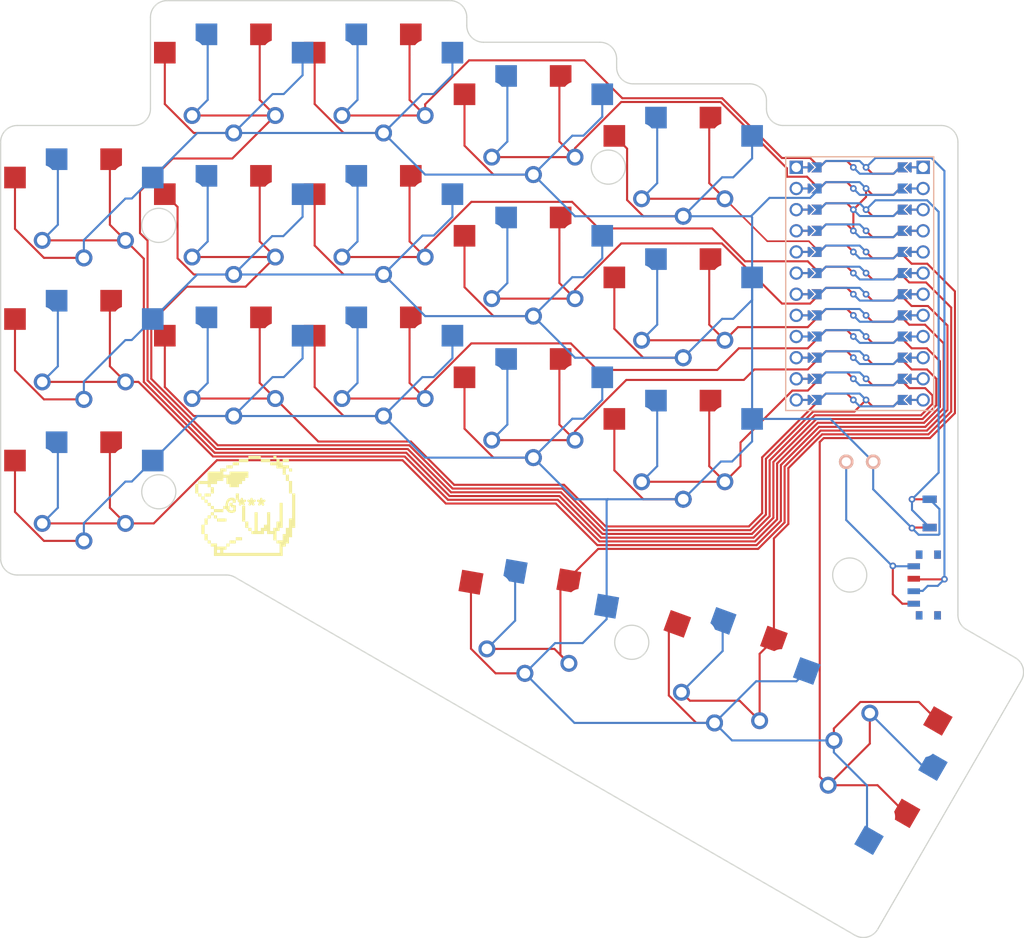
<source format=kicad_pcb>
(kicad_pcb (version 20211014) (generator pcbnew)
  (title_block (title "keyboard") (rev "v1.0.0") (company "Unknown"))
  (layers (0 "F.Cu" signal) (31 "B.Cu" signal) (34 "B.Paste" user) (35 "F.Paste" user) (36 "B.SilkS" user "B.Silkscreen") (37 "F.SilkS" user "F.Silkscreen") (38 "B.Mask" user) (39 "F.Mask" user) (44 "Edge.Cuts" user))
  (net 0 "")
  (net 1 "P14")
  (net 2 "GND")
  (net 3 "P15")
  (net 4 "P18")
  (net 5 "P9")
  (net 6 "P10")
  (net 7 "P16")
  (net 8 "P6")
  (net 9 "P3")
  (net 10 "P0")
  (net 11 "P7")
  (net 12 "P4")
  (net 13 "P1")
  (net 14 "P8")
  (net 15 "P5")
  (net 16 "P2")
  (net 17 "P19")
  (net 18 "P20")
  (net 19 "P21")
  (net 20 "RAW")
  (net 21 "RST")
  (net 22 "VCC")
  (net 23 "pos")
  (footprint "PG1350" (layer "F.Cu") (at 216.020719 111.495071 180)
    (fp_text reference "S22" hide)
    (fp_text value "" hide)
  )
  (footprint "PG1350" (layer "F.Cu") (at 198.020719 89.495071)
    (fp_text reference "S17" hide)
    (fp_text value "" hide)
  )
  (footprint "PG1350" (layer "F.Cu") (at 162.020719 138.495071)
    (fp_text reference "S1" hide)
    (fp_text value "" hide)
  )
  (footprint "PG1350" (layer "F.Cu") (at 198.020719 123.495071)
    (fp_text reference "S13" hide)
    (fp_text value "" hide)
  )
  (footprint "PG1350" (layer "F.Cu") (at 257.226984 171.31824 -120)
    (fp_text reference "S35" hide)
    (fp_text value "" hide)
  )
  (footprint "PG1350" (layer "F.Cu") (at 180.020719 89.495071)
    (fp_text reference "S11" hide)
    (fp_text value "" hide)
  )
  (footprint "PG1350" (layer "F.Cu") (at 216.020719 94.495071 180)
    (fp_text reference "S24" hide)
    (fp_text value "" hide)
  )
  (footprint "PG1350" (layer "F.Cu") (at 234.020719 99.495071 180)
    (fp_text reference "S30" hide)
    (fp_text value "" hide)
  )
  (footprint "PG1350" (layer "F.Cu") (at 180.020719 106.495071 180)
    (fp_text reference "S10" hide)
    (fp_text value "" hide)
  )
  (footprint "PG1350" (layer "F.Cu") (at 239.801213 160.719067 -20)
    (fp_text reference "S33" hide)
    (fp_text value "" hide)
  )
  (footprint "PG1350" (layer "F.Cu") (at 180.020719 123.495071)
    (fp_text reference "S7" hide)
    (fp_text value "" hide)
  )
  (footprint "PG1350" (layer "F.Cu") (at 234.020719 116.495071)
    (fp_text reference "S27" hide)
    (fp_text value "" hide)
  )
  (footprint "PG1350" (layer "F.Cu") (at 234.020719 133.495071 180)
    (fp_text reference "S26" hide)
    (fp_text value "" hide)
  )
  (footprint "PG1350" (layer "F.Cu") (at 257.226984 171.31824 60)
    (fp_text reference "S36" hide)
    (fp_text value "" hide)
  )
  (footprint "PG1350" (layer "F.Cu") (at 162.020719 138.495071 180)
    (fp_text reference "S2" hide)
    (fp_text value "" hide)
  )
  (footprint "PG1350" (layer "F.Cu") (at 180.020719 106.495071)
    (fp_text reference "S9" hide)
    (fp_text value "" hide)
  )
  (footprint "PG1350" (layer "F.Cu") (at 180.020719 123.495071 180)
    (fp_text reference "S8" hide)
    (fp_text value "" hide)
  )
  (footprint "PG1350" (layer "F.Cu") (at 216.020719 154.495071 -10)
    (fp_text reference "S31" hide)
    (fp_text value "" hide)
  )
  (footprint "PG1350" (layer "F.Cu") (at 234.020719 99.495071)
    (fp_text reference "S29" hide)
    (fp_text value "" hide)
  )
  (footprint "PG1350" (layer "F.Cu") (at 180.020719 89.495071 180)
    (fp_text reference "S12" hide)
    (fp_text value "" hide)
  )
  (footprint "PG1350" (layer "F.Cu") (at 216.020719 154.495071 170)
    (fp_text reference "S32" hide)
    (fp_text value "" hide)
  )
  (footprint "PG1350" (layer "F.Cu") (at 198.020719 106.495071)
    (fp_text reference "S15" hide)
    (fp_text value "" hide)
  )
  (footprint "Desktop:mole" (layer "F.Cu") (at 181.4 140.2)
    (fp_text reference "G***")
    (fp_text value "LOGO" hide)
  )
  (footprint "PG1350" (layer "F.Cu") (at 234.020719 116.495071 180)
    (fp_text reference "S28" hide)
    (fp_text value "" hide)
  )
  (footprint "PG1350" (layer "F.Cu") (at 198.020719 123.495071 180)
    (fp_text reference "S14" hide)
    (fp_text value "" hide)
  )
  (footprint "PG1350" (layer "F.Cu") (at 239.801213 160.719067 160)
    (fp_text reference "S34" hide)
    (fp_text value "" hide)
  )
  (footprint "PG1350" (layer "F.Cu") (at 162.020719 104.495071 180)
    (fp_text reference "S6" hide)
    (fp_text value "" hide)
  )
  (footprint "PG1350" (layer "F.Cu") (at 198.020719 106.495071 180)
    (fp_text reference "S16" hide)
    (fp_text value "" hide)
  )
  (footprint "PG1350" (layer "F.Cu") (at 162.020719 121.495071)
    (fp_text reference "S3" hide)
    (fp_text value "" hide)
  )
  (footprint "PG1350" (layer "F.Cu") (at 216.020719 111.495071)
    (fp_text reference "S21" hide)
    (fp_text value "" hide)
  )
  (footprint "keyboard_reversible:ProMicro" (layer "F.Cu") (at 255.220719 113.495071 -90)
    (fp_text reference "REF**" hide)
    (fp_text value "ProMicro")
  )
  (footprint "Button_Switch_SMD:SW_SPDT_PCM12" (layer "F.Cu") (at 263.145719 149.695071 90)
    (fp_text reference "")
    (fp_text value "")
  )
  (footprint "Button_Switch_SMD:SW_SPST_B3U-1000P" (layer "F.Cu") (at 263.620719 141.095071 90)
    (fp_text reference "")
    (fp_text value "")
  )
  (footprint "PG1350" (layer "F.Cu") (at 162.020719 121.495071 180)
    (fp_text reference "S4" hide)
    (fp_text value "" hide)
  )
  (footprint "PG1350" (layer "F.Cu") (at 216.020719 128.495071)
    (fp_text reference "S19" hide)
    (fp_text value "" hide)
  )
  (footprint "PG1350" (layer "F.Cu") (at 198.020719 89.495071 180)
    (fp_text reference "S18" hide)
    (fp_text value "" hide)
  )
  (footprint "lib:bat" (layer "F.Cu") (at 255.220719 134.895071 90)
    (fp_text reference "")
    (fp_text value "")
  )
  (footprint "PG1350" (layer "F.Cu") (at 234.020719 133.495071)
    (fp_text reference "S25" hide)
    (fp_text value "" hide)
  )
  (footprint "PG1350" (layer "F.Cu") (at 162.020719 104.495071)
    (fp_text reference "S5" hide)
    (fp_text value "" hide)
  )
  (footprint "PG1350" (layer "F.Cu") (at 216.020719 128.495071 180)
    (fp_text reference "S20" hide)
    (fp_text value "" hide)
  )
  (footprint "PG1350" (layer "F.Cu") (at 216.020719 94.495071)
    (fp_text reference "S23" hide)
    (fp_text value "" hide)
  )
  (gr_line (start 210.020719 84.495071) (end 224.020719 84.495071) (layer "Edge.Cuts") (width 0.15))
  (gr_line (start 208.020719 82.495071) (end 208.020719 81.495071) (layer "Edge.Cuts") (width 0.15))
  (gr_arc (start 154.020719 148.495071) (mid 152.606505 147.909285) (end 152.020719 146.495071) (layer "Edge.Cuts") (width 0.15))
  (gr_line (start 244.020719 92.495071) (end 244.020719 91.495071) (layer "Edge.Cuts") (width 0.15))
  (gr_line (start 257.387238 191.040672) (end 274.637238 161.162796) (layer "Edge.Cuts") (width 0.15))
  (gr_arc (start 246.020719 94.495071) (mid 244.606505 93.909285) (end 244.020719 92.495071) (layer "Edge.Cuts") (width 0.15))
  (gr_arc (start 170.020719 81.495071) (mid 170.606505 80.080857) (end 172.020719 79.495071) (layer "Edge.Cuts") (width 0.15))
  (gr_line (start 152.020719 146.495071) (end 152.020719 96.495071) (layer "Edge.Cuts") (width 0.15))
  (gr_circle (center 227.838412 156.578849) (end 229.888412 156.578849) (layer "Edge.Cuts") (width 0.15) (fill none))
  (gr_arc (start 152.020719 96.495071) (mid 152.606505 95.080857) (end 154.020719 94.495071) (layer "Edge.Cuts") (width 0.15))
  (gr_arc (start 242.020719 89.495071) (mid 243.434933 90.080857) (end 244.020719 91.495071) (layer "Edge.Cuts") (width 0.15))
  (gr_circle (center 225.020719 99.495071) (end 227.070719 99.495071) (layer "Edge.Cuts") (width 0.15) (fill none))
  (gr_circle (center 171.020719 138.495071) (end 173.070719 138.495071) (layer "Edge.Cuts") (width 0.15) (fill none))
  (gr_line (start 170.020719 92.495071) (end 170.020719 81.495071) (layer "Edge.Cuts") (width 0.15))
  (gr_circle (center 254.020719 148.495071) (end 256.070719 148.495071) (layer "Edge.Cuts") (width 0.15) (fill none))
  (gr_line (start 265.020719 94.495071) (end 246.020719 94.495071) (layer "Edge.Cuts") (width 0.15))
  (gr_line (start 180.160197 148.76302) (end 254.655188 191.772723) (layer "Edge.Cuts") (width 0.15))
  (gr_arc (start 273.905188 158.430746) (mid 274.837039 159.645158) (end 274.637238 161.162796) (layer "Edge.Cuts") (width 0.15))
  (gr_arc (start 179.160197 148.495071) (mid 179.677835 148.563219) (end 180.160197 148.76302) (layer "Edge.Cuts") (width 0.15))
  (gr_arc (start 170.020719 92.495071) (mid 169.434933 93.909285) (end 168.020719 94.495071) (layer "Edge.Cuts") (width 0.15))
  (gr_line (start 267.020719 153.301294) (end 267.020719 96.495071) (layer "Edge.Cuts") (width 0.15))
  (gr_line (start 268.020719 155.033345) (end 273.905188 158.430745) (layer "Edge.Cuts") (width 0.15))
  (gr_line (start 228.020719 89.495071) (end 242.020719 89.495071) (layer "Edge.Cuts") (width 0.15))
  (gr_arc (start 206.020719 79.495071) (mid 207.434933 80.080857) (end 208.020719 81.495071) (layer "Edge.Cuts") (width 0.15))
  (gr_line (start 172.020719 79.495071) (end 206.020719 79.495071) (layer "Edge.Cuts") (width 0.15))
  (gr_line (start 154.020719 148.495071) (end 179.160197 148.495071) (layer "Edge.Cuts") (width 0.15))
  (gr_arc (start 268.020719 155.033345) (mid 267.288668 154.301294) (end 267.020719 153.301294) (layer "Edge.Cuts") (width 0.15))
  (gr_arc (start 265.020719 94.495071) (mid 266.434933 95.080857) (end 267.020719 96.495071) (layer "Edge.Cuts") (width 0.15))
  (gr_arc (start 228.020719 89.495071) (mid 226.606505 88.909285) (end 226.020719 87.495071) (layer "Edge.Cuts") (width 0.15))
  (gr_circle (center 171.020719 106.495071) (end 173.070719 106.495071) (layer "Edge.Cuts") (width 0.15) (fill none))
  (gr_arc (start 257.387239 191.040672) (mid 256.172826 191.972524) (end 254.655188 191.772723) (layer "Edge.Cuts") (width 0.15))
  (gr_arc (start 210.020719 84.495071) (mid 208.606505 83.909285) (end 208.020719 82.495071) (layer "Edge.Cuts") (width 0.15))
  (gr_line (start 226.020719 87.495071) (end 226.020719 86.495071) (layer "Edge.Cuts") (width 0.15))
  (gr_line (start 154.020719 94.495071) (end 168.020719 94.495071) (layer "Edge.Cuts") (width 0.15))
  (gr_arc (start 224.020719 84.495071) (mid 225.434933 85.080857) (end 226.020719 86.495071) (layer "Edge.Cuts") (width 0.15))
  (segment (start 219.143835 139.009302) (end 205.943835 139.009302) (width 0.25) (layer "F.Cu") (net 1))
  (segment (start 250.007162 129.759782) (end 244.850989 134.915955) (width 0.25) (layer "F.Cu") (net 1))
  (segment (start 169.222168 110.49652) (end 167.020719 108.295071) (width 0.25) (layer "F.Cu") (net 1))
  (segment (start 244.850989 141.619335) (end 242.461022 144.009302) (width 0.25) (layer "F.Cu") (net 1))
  (segment (start 261.462208 123.80056) (end 263.306508 123.80056) (width 0.25) (layer "F.Cu") (net 1))
  (segment (start 263.306508 123.80056) (end 264.41475 124.908802) (width 0.25) (layer "F.Cu") (net 1))
  (segment (start 157.020719 108.295071) (end 167.020719 108.295071) (width 0.25) (layer "F.Cu") (net 1))
  (segment (start 169.222168 125.299443) (end 169.222168 110.49652) (width 0.25) (layer "F.Cu") (net 1))
  (segment (start 167.020719 108.295071) (end 165.146198 106.42055) (width 0.25) (layer "F.Cu") (net 1))
  (segment (start 205.943835 139.009302) (end 200.743835 133.809302) (width 0.25) (layer "F.Cu") (net 1))
  (segment (start 262.772025 129.759782) (end 250.007162 129.759782) (width 0.25) (layer "F.Cu") (net 1))
  (segment (start 264.41475 124.908802) (end 264.41475 128.117057) (width 0.25) (layer "F.Cu") (net 1))
  (segment (start 224.143835 144.009302) (end 219.143835 139.009302) (width 0.25) (layer "F.Cu") (net 1))
  (segment (start 242.461022 144.009302) (end 224.143835 144.009302) (width 0.25) (layer "F.Cu") (net 1))
  (segment (start 165.146198 106.42055) (end 165.146198 98.694592) (width 0.25) (layer "F.Cu") (net 1))
  (segment (start 244.850989 134.915955) (end 244.850989 141.619335) (width 0.25) (layer "F.Cu") (net 1))
  (segment (start 264.41475 128.117057) (end 262.772025 129.759782) (width 0.25) (layer "F.Cu") (net 1))
  (segment (start 200.743835 133.809302) (end 177.732026 133.809302) (width 0.25) (layer "F.Cu") (net 1))
  (segment (start 260.046719 122.385071) (end 261.462208 123.80056) (width 0.25) (layer "F.Cu") (net 1))
  (segment (start 165.146198 98.694592) (end 165.295719 98.545071) (width 0.25) (layer "F.Cu") (net 1))
  (segment (start 177.732026 133.809302) (end 169.222168 125.299443) (width 0.25) (layer "F.Cu") (net 1))
  (segment (start 157.020719 108.295071) (end 158.89524 106.42055) (width 0.25) (layer "B.Cu") (net 1))
  (segment (start 158.89524 98.694592) (end 158.745719 98.545071) (width 0.25) (layer "B.Cu") (net 1))
  (segment (start 158.89524 106.42055) (end 158.89524 98.694592) (width 0.25) (layer "B.Cu") (net 1))
  (segment (start 211.224949 117.395071) (end 216.020719 117.395071) (width 0.25) (layer "F.Cu") (net 2))
  (segment (start 153.745719 117.745071) (end 153.745719 123.915841) (width 0.25) (layer "F.Cu") (net 2))
  (segment (start 207.745719 124.745071) (end 207.745719 130.915841) (width 0.25) (layer "F.Cu") (net 2))
  (segment (start 171.745719 102.745071) (end 173.277302 104.276654) (width 0.25) (layer "F.Cu") (net 2))
  (segment (start 173.277302 104.276654) (end 173.277302 110.447424) (width 0.25) (layer "F.Cu") (net 2))
  (segment (start 153.745719 134.745071) (end 153.745719 140.915841) (width 0.25) (layer "F.Cu") (net 2))
  (segment (start 262.332801 163.747602) (end 264.612079 166.02688) (width 0.25) (layer "F.Cu") (net 2))
  (segment (start 189.745719 125.915841) (end 193.224949 129.395071) (width 0.25) (layer "F.Cu") (net 2))
  (segment (start 232.293564 155.379271) (end 232.293564 162.967916) (width 0.25) (layer "F.Cu") (net 2))
  (segment (start 208.522616 157.350669) (end 211.477384 160.305437) (width 0.25) (layer "F.Cu") (net 2))
  (segment (start 252.117434 166.9314) (end 255.301232 163.747602) (width 0.25) (layer "F.Cu") (net 2))
  (segment (start 211.477384 160.305437) (end 214.996195 160.305437) (width 0.25) (layer "F.Cu") (net 2))
  (segment (start 189.745719 85.745071) (end 189.745719 91.915841) (width 0.25) (layer "F.Cu") (net 2))
  (segment (start 261.5681 142.795071) (end 263.620719 142.795071) (width 0.25) (layer "F.Cu") (net 2))
  (segment (start 157.224949 127.395071) (end 162.020719 127.395071) (width 0.25) (layer "F.Cu") (net 2))
  (segment (start 255.301232 163.747602) (end 262.332801 163.747602) (width 0.25) (layer "F.Cu") (net 2))
  (segment (start 211.224949 100.395071) (end 216.020719 100.395071) (width 0.25) (layer "F.Cu") (net 2))
  (segment (start 171.745719 85.745071) (end 171.745719 91.915841) (width 0.25) (layer "F.Cu") (net 2))
  (segment (start 173.277302 110.447424) (end 175.224949 112.395071) (width 0.25) (layer "F.Cu") (net 2))
  (segment (start 175.224949 112.395071) (end 180.020719 112.395071) (width 0.25) (layer "F.Cu") (net 2))
  (segment (start 193.224949 95.395071) (end 198.020719 95.395071) (width 0.25) (layer "F.Cu") (net 2))
  (segment (start 235.588901 166.263253) (end 237.783294 166.263253) (width 0.25) (layer "F.Cu") (net 2))
  (segment (start 153.745719 123.915841) (end 157.224949 127.395071) (width 0.25) (layer "F.Cu") (net 2))
  (segment (start 254.458719 104.605071) (end 254.458719 107.145071) (width 0.25) (layer "F.Cu") (net 2))
  (segment (start 207.745719 130.915841) (end 211.224949 134.395071) (width 0.25) (layer "F.Cu") (net 2))
  (segment (start 252.117434 168.36824) (end 252.117434 166.9314) (width 0.25) (layer "F.Cu") (net 2))
  (segment (start 207.745719 107.745071) (end 207.745719 113.915841) (width 0.25) (layer "F.Cu") (net 2))
  (segment (start 189.745719 119.745071) (end 189.745719 125.915841) (width 0.25) (layer "F.Cu") (net 2))
  (segment (start 153.745719 106.915841) (end 153.745719 100.745071) (width 0.25) (layer "F.Cu") (net 2))
  (segment (start 171.745719 125.915841) (end 175.224949 129.395071) (width 0.25) (layer "F.Cu") (net 2))
  (segment (start 157.224949 144.395071) (end 162.020719 144.395071) (width 0.25) (layer "F.Cu") (net 2))
  (segment (start 175.224949 129.395071) (end 180.020719 129.395071) (width 0.25) (layer "F.Cu") (net 2))
  (segment (start 255.982719 102.065071) (end 255.982719 103.081071) (width 0.25) (layer "F.Cu") (net 2))
  (segment (start 227.277302 103.447424) (end 229.224949 105.395071) (width 0.25) (layer "F.Cu") (net 2))
  (segment (start 207.745719 96.915841) (end 211.224949 100.395071) (width 0.25) (layer "F.Cu") (net 2))
  (segment (start 225.745719 135.915841) (end 229.224949 139.395071) (width 0.25) (layer "F.Cu") (net 2))
  (segment (start 157.224949 110.395071) (end 153.745719 106.915841) (width 0.25) (layer "F.Cu") (net 2))
  (segment (start 189.745719 108.915841) (end 193.224949 112.395071) (width 0.25) (layer "F.Cu") (net 2))
  (segment (start 207.745719 90.745071) (end 207.745719 96.915841) (width 0.25) (layer "F.Cu") (net 2))
  (segment (start 207.745719 113.915841) (end 211.224949 117.395071) (width 0.25) (layer "F.Cu") (net 2))
  (segment (start 171.745719 119.745071) (end 171.745719 125.915841) (width 0.25) (layer "F.Cu") (net 2))
  (segment (start 232.293564 162.967916) (end 235.588901 166.263253) (width 0.25) (layer "F.Cu") (net 2))
  (segment (start 225.745719 112.745071) (end 225.745719 118.915841) (width 0.25) (layer "F.Cu") (net 2))
  (segment (start 189.745719 91.915841) (end 193.224949 95.395071) (width 0.25) (layer "F.Cu") (net 2))
  (segment (start 227.277302 97.276654) (end 227.277302 103.447424) (width 0.25) (layer "F.Cu") (net 2))
  (segment (start 162.020719 110.395071) (end 157.224949 110.395071) (width 0.25) (layer "F.Cu") (net 2))
  (segment (start 153.745719 140.915841) (end 157.224949 144.395071) (width 0.25) (layer "F.Cu") (net 2))
  (segment (start 208.522616 149.365103) (end 208.522616 157.350669) (width 0.25) (layer "F.Cu") (net 2))
  (segment (start 229.224949 105.395071) (end 234.020719 105.395071) (width 0.25) (layer "F.Cu") (net 2))
  (segment (start 229.224949 139.395071) (end 234.020719 139.395071) (width 0.25) (layer "F.Cu") (net 2))
  (segment (start 193.224949 112.395071) (end 198.020719 112.395071) (width 0.25) (layer "F.Cu") (net 2))
  (segment (start 189.745719 102.745071) (end 189.745719 108.915841) (width 0.25) (layer "F.Cu") (net 2))
  (segment (start 171.745719 91.915841) (end 175.224949 95.395071) (width 0.25) (layer "F.Cu") (net 2))
  (segment (start 211.224949 134.395071) (end 216.020719 134.395071) (width 0.25) (layer "F.Cu") (net 2))
  (segment (start 255.982719 103.081071) (end 254.458719 104.605071) (width 0.25) (layer "F.Cu") (net 2))
  (segment (start 225.745719 95.745071) (end 227.277302 97.276654) (width 0.25) (layer "F.Cu") (net 2))
  (segment (start 193.224949 129.395071) (end 198.020719 129.395071) (width 0.25) (layer "F.Cu") (net 2))
  (segment (start 225.745719 129.745071) (end 225.745719 135.915841) (width 0.25) (layer "F.Cu") (net 2))
  (segment (start 261.502429 142.860742) (end 261.5681 142.795071) (width 0.25) (layer "F.Cu") (net 2))
  (segment (start 225.745719 118.915841) (end 229.224949 122.395071) (width 0.25) (layer "F.Cu") (net 2))
  (segment (start 229.224949 122.395071) (end 234.020719 122.395071) (width 0.25) (layer "F.Cu") (net 2))
  (segment (start 175.224949 95.395071) (end 180.020719 95.395071) (width 0.25) (layer "F.Cu") (net 2))
  (segment (start 233.307832 154.365003) (end 232.293564 155.379271) (width 0.25) (layer "F.Cu") (net 2))
  (via (at 261.502429 142.860742) (size 0.8) (drill 0.4) (layers "F.Cu" "B.Cu") (net 2))
  (segment (start 186.028306 90.720492) (end 188.295719 88.453079) (width 0.25) (layer "B.Cu") (net 2))
  (segment (start 242.295719 129.745071) (end 251.690719 129.745071) (width 0.25) (layer "B.Cu") (net 2))
  (segment (start 263.620719 139.395071) (end 264.79523 140.569582) (width 0.25) (layer "B.Cu") (net 2))
  (segment (start 216.020719 134.395071) (end 203.020719 134.395071) (width 0.25) (layer "B.Cu") (net 2))
  (segment (start 175.645719 129.395071) (end 170.295719 134.745071) (width 0.25) (layer "B.Cu") (net 2))
  (segment (start 224.9681 139.395071) (end 221.020719 139.395071) (width 0.25) (layer "B.Cu") (net 2))
  (segment (start 262.302429 143.660742) (end 261.502429 142.860742) (width 0.25) (layer "B.Cu") (net 2))
  (segment (start 240.028306 100.720492) (end 242.295719 98.453079) (width 0.25) (layer "B.Cu") (net 2))
  (segment (start 252.117434 169.80508) (end 256.100058 173.787704) (width 0.25) (layer "B.Cu") (net 2))
  (segment (start 218.626075 156.675557) (end 221.944749 156.675557) (width 0.25) (layer "B.Cu") (net 2))
  (segment (start 184.695298 124.720492) (end 186.042679 124.720492) (width 0.25) (layer "B.Cu") (net 2))
  (segment (start 238.555048 134.860742) (end 234.020719 139.395071) (width 0.25) (layer "B.Cu") (net 2))
  (segment (start 261.502429 142.860742) (end 256.840719 138.199032) (width 0.25) (layer "B.Cu") (net 2))
  (segment (start 264.79523 143.569582) (end 264.70407 143.660742) (width 0.25) (layer "B.Cu") (net 2))
  (segment (start 188.295719 122.467452) (end 188.295719 119.745071) (width 0.25) (layer "B.Cu") (net 2))
  (segment (start 234.020719 105.395071) (end 221.020719 105.395071) (width 0.25) (layer "B.Cu") (net 2))
  (segment (start 242.295719 112.745071) (end 242.295719 129.745071) (width 0.25) (layer "B.Cu") (net 2))
  (segment (start 167.77114 137.26965) (end 167.013132 137.26965) (width 0.25) (layer "B.Cu") (net 2))
  (segment (start 238.695298 117.720492) (end 240.028306 117.720492) (width 0.25) (layer "B.Cu") (net 2))
  (segment (start 184.695298 90.720492) (end 186.028306 90.720492) (width 0.25) (layer "B.Cu") (net 2))
  (segment (start 202.695298 107.720492) (end 204.042679 107.720492) (width 0.25) (layer "B.Cu") (net 2))
  (segment (start 242.1681 105.395071) (end 234.020719 105.395071) (width 0.25) (layer "B.Cu") (net 2))
  (segment (start 220.695298 95.720492) (end 222.028306 95.720492) (width 0.25) (layer "B.Cu") (net 2))
  (segment (start 224.295719 110.453079) (end 224.295719 107.745071) (width 0.25) (layer "B.Cu") (net 2))
  (segment (start 244.373589 103.189582) (end 242.1681 105.395071) (width 0.25) (layer "B.Cu") (net 2))
  (segment (start 239.888056 134.860742) (end 238.555048 134.860742) (width 0.25) (layer "B.Cu") (net 2))
  (segment (start 214.996195 160.305437) (end 220.954011 166.263253) (width 0.25) (layer "B.Cu") (net 2))
  (segment (start 222.028306 95.720492) (end 224.295719 93.453079) (width 0.25) (layer "B.Cu") (net 2))
  (segment (start 203.020719 117.395071) (end 198.020719 112.395071) (width 0.25) (layer "B.Cu") (net 2))
  (segment (start 180.020719 112.395071) (end 184.629571 107.786219) (width 0.25) (layer "B.Cu") (net 2))
  (segment (start 220.695298 112.720492) (end 222.028306 112.720492) (width 0.25) (layer "B.Cu") (net 2))
  (segment (start 198.020719 129.395071) (end 202.695298 124.720492) (width 0.25) (layer "B.Cu") (net 2))
  (segment (start 202.695298 90.720492) (end 204.028306 90.720492) (width 0.25) (layer "B.Cu") (net 2))
  (segment (start 162.020719 108.262063) (end 162.020719 110.395071) (width 0.25) (layer "B.Cu") (net 2))
  (segment (start 180.020719 129.395071) (end 175.645719 129.395071) (width 0.25) (layer "B.Cu") (net 2))
  (segment (start 186.042679 124.720492) (end 188.295719 122.467452) (width 0.25) (layer "B.Cu") (net 2))
  (segment (start 249.270208 103.189582) (end 244.373589 103.189582) (width 0.25) (layer "B.Cu") (net 2))
  (segment (start 242.295719 132.453079) (end 239.888056 134.860742) (width 0.25) (layer "B.Cu") (net 2))
  (segment (start 180.020719 112.395071) (end 175.645719 112.395071) (width 0.25) (layer "B.Cu") (net 2))
  (segment (start 247.624439 161.260742) (end 248.859745 160.025436) (width 0.25) (layer "B.Cu") (net 2))
  (segment (start 234.020719 122.395071) (end 238.695298 117.720492) (width 0.25) (layer "B.Cu") (net 2))
  (segment (start 234.020719 122.395071) (end 221.020719 122.395071) (width 0.25) (layer "B.Cu") (net 2))
  (segment (start 198.020719 95.395071) (end 202.695298 90.720492) (width 0.25) (layer "B.Cu") (net 2))
  (segment (start 224.821184 152.238981) (end 224.821184 139.541987) (width 0.25) (layer "B.Cu") (net 2))
  (segment (start 188.295719 105.467452) (end 188.295719 102.745071) (width 0.25) (layer "B.Cu") (net 2))
  (segment (start 206.295719 122.453079) (end 206.295719 119.745071) (width 0.25) (layer "B.Cu") (net 2))
  (segment (start 170.295719 134.745071) (end 167.77114 137.26965) (width 0.25) (layer "B.Cu") (net 2))
  (segment (start 170.295719 100.745071) (end 167.77114 103.26965) (width 0.25) (layer "B.Cu") (net 2))
  (segment (start 221.020719 122.395071) (end 216.020719 117.395071) (width 0.25) (layer "B.Cu") (net 2))
  (segment (start 198.020719 112.395071) (end 180.020719 112.395071) (width 0.25) (layer "B.Cu") (net 2))
  (segment (start 242.1681 105.395071) (end 242.295719 105.52269) (width 0.25) (layer "B.Cu") (net 2))
  (segment (start 162.020719 125.262063) (end 162.020719 127.395071) (width 0.25) (layer "B.Cu") (net 2))
  (segment (start 237.783294 166.263253) (end 242.785805 161.260742) (width 0.25) (layer "B.Cu") (net 2))
  (segment (start 167.013132 137.26965) (end 162.020719 142.262063) (width 0.25) (layer "B.Cu") (net 2))
  (segment (start 216.020719 100.395071) (end 203.020719 100.395071) (width 0.25) (layer "B.Cu") (net 2))
  (segment (start 224.821184 153.799122) (end 224.821184 152.238981) (width 0.25) (layer "B.Cu") (net 2))
  (segment (start 220.695298 129.720492) (end 222.028306 129.720492) (width 0.25) (layer "B.Cu") (net 2))
  (segment (start 180.020719 95.395071) (end 175.645719 95.395071) (width 0.25) (layer "B.Cu") (net 2))
  (segment (start 222.028306 112.720492) (end 224.295719 110.453079) (width 0.25) (layer "B.Cu") (net 2))
  (segment (start 264.70407 143.660742) (end 262.302429 143.660742) (width 0.25) (layer "B.Cu") (net 2))
  (segment (start 224.295719 127.453079) (end 224.295719 124.745071) (width 0.25) (layer "B.Cu") (net 2))
  (segment (start 234.020719 139.395071) (end 224.9681 139.395071) (width 0.25) (layer "B.Cu") (net 2))
  (segment (start 221.020719 105.395071) (end 216.020719 100.395071) (width 0.25) (layer "B.Cu") (net 2))
  (segment (start 238.695298 100.720492) (end 240.028306 100.720492) (width 0.25) (layer "B.Cu") (net 2))
  (segment (start 239.888281 168.36824) (end 252.117434 168.36824) (width 0.25) (layer "B.Cu") (net 2))
  (segment (start 206.295719 88.453079) (end 206.295719 85.745071) (width 0.25) (layer "B.Cu") (net 2))
  (segment (start 162.020719 142.262063) (end 162.020719 144.395071) (width 0.25) (layer "B.Cu") (net 2))
  (segment (start 206.295719 105.467452) (end 206.295719 102.745071) (width 0.25) (layer "B.Cu") (net 2))
  (segment (start 170.295719 117.745071) (end 167.77114 120.26965) (width 0.25) (layer "B.Cu") (net 2))
  (segment (start 242.295719 98.453079) (end 242.295719 95.745071) (width 0.25) (layer "B.Cu") (net 2))
  (segment (start 234.020719 105.395071) (end 238.695298 100.720492) (width 0.25) (layer "B.Cu") (net 2))
  (segment (start 167.013132 120.26965) (end 162.020719 125.262063) (width 0.25) (layer "B.Cu") (net 2))
  (segment (start 203.020719 100.395071) (end 198.020719 95.395071) (width 0.25) (layer "B.Cu") (net 2))
  (segment (start 214.996195 160.305437) (end 218.626075 156.675557) (width 0.25) (layer "B.Cu") (net 2))
  (segment (start 237.783294 166.263253) (end 239.888281 168.36824) (width 0.25) (layer "B.Cu") (net 2))
  (segment (start 216.020719 134.395071) (end 220.695298 129.720492) (width 0.25) (layer "B.Cu") (net 2))
  (segment (start 252.117434 168.36824) (end 252.117434 169.80508) (width 0.25) (layer "B.Cu") (net 2))
  (segment (start 242.785805 161.260742) (end 247.624439 161.260742) (width 0.25) (layer "B.Cu") (net 2))
  (segment (start 251.690719 129.745071) (end 256.840719 134.895071) (width 0.25) (layer "B.Cu") (net 2))
  (segment (start 222.028306 129.720492) (end 224.295719 127.453079) (width 0.25) (layer "B.Cu") (net 2))
  (segment (start 185.976952 107.786219) (end 188.295719 105.467452) (width 0.25) (layer "B.Cu") (net 2))
  (segment (start 221.944749 156.675557) (end 224.821184 153.799122) (width 0.25) (layer "B.Cu") (net 2))
  (segment (start 240.028306 117.720492) (end 242.295719 115.453079) (width 0.25) (layer "B.Cu") (net 2))
  (segment (start 264.79523 140.569582) (end 264.79523 143.569582) (width 0.25) (layer "B.Cu") (net 2))
  (segment (start 167.77114 120.26965) (end 167.013132 120.26965) (width 0.25) (layer "B.Cu") (net 2))
  (segment (start 198.020719 112.395071) (end 202.695298 107.720492) (width 0.25) (layer "B.Cu") (net 2))
  (segment (start 167.77114 103.26965) (end 167.013132 103.26965) (width 0.25) (layer "B.Cu") (net 2))
  (segment (start 216.020719 117.395071) (end 220.695298 112.720492) (width 0.25) (layer "B.Cu") (net 2))
  (segment (start 204.042679 107.720492) (end 206.295719 105.467452) (width 0.25) (layer "B.Cu") (net 2))
  (segment (start 198.020719 95.395071) (end 180.020719 95.395071) (width 0.25) (layer "B.Cu") (net 2))
  (segment (start 198.020719 129.395071) (end 180.020719 129.395071) (width 0.25) (layer "B.Cu") (net 2))
  (segment (start 180.020719 129.395071) (end 184.695298 124.720492) (width 0.25) (layer "B.Cu") (net 2))
  (segment (start 256.100058 180.122579) (end 256.337079 180.3596) (width 0.25) (layer "B.Cu") (net 2))
  (segment (start 224.295719 93.453079) (end 224.295719 90.745071) (width 0.25) (layer "B.Cu") (net 2))
  (segment (start 202.695298 124.720492) (end 204.028306 124.720492) (width 0.25) (layer "B.Cu") (net 2))
  (segment (start 220.954011 166.263253) (end 237.783294 166.263253) (width 0.25) (layer "B.Cu") (net 2))
  (segment (start 167.013132 103.26965) (end 162.020719 108.262063) (width 0.25) (layer "B.Cu") (net 2))
  (segment (start 204.028306 90.720492) (end 206.295719 88.453079) (width 0.25) (layer "B.Cu") (net 2))
  (segment (start 256.840719 138.199032) (end 256.840719 134.895071) (width 0.25) (layer "B.Cu") (net 2))
  (segment (start 224.821184 139.541987) (end 224.9681 139.395071) (width 0.25) (layer "B.Cu") (net 2))
  (segment (start 250.394719 102.065071) (end 249.270208 103.189582) (width 0.25) (layer "B.Cu") (net 2))
  (segment (start 175.645719 95.395071) (end 170.295719 100.745071) (width 0.25) (layer "B.Cu") (net 2))
  (segment (start 204.028306 124.720492) (end 206.295719 122.453079) (width 0.25) (layer "B.Cu") (net 2))
  (segment (start 216.020719 100.395071) (end 220.695298 95.720492) (width 0.25) (layer "B.Cu") (net 2))
  (segment (start 184.629571 107.786219) (end 185.976952 107.786219) (width 0.25) (layer "B.Cu") (net 2))
  (segment (start 216.020719 117.395071) (end 203.020719 117.395071) (width 0.25) (layer "B.Cu") (net 2))
  (segment (start 203.020719 134.395071) (end 198.020719 129.395071) (width 0.25) (layer "B.Cu") (net 2))
  (segment (start 242.295719 115.453079) (end 242.295719 112.745071) (width 0.25) (layer "B.Cu") (net 2))
  (segment (start 242.295719 105.52269) (end 242.295719 112.745071) (width 0.25) (layer "B.Cu") (net 2))
  (segment (start 175.645719 112.395071) (end 170.295719 117.745071) (width 0.25) (layer "B.Cu") (net 2))
  (segment (start 256.100058 173.787704) (end 256.100058 180.122579) (width 0.25) (layer "B.Cu") (net 2))
  (segment (start 180.020719 95.395071) (end 184.695298 90.720492) (width 0.25) (layer "B.Cu") (net 2))
  (segment (start 221.020719 139.395071) (end 216.020719 134.395071) (width 0.25) (layer "B.Cu") (net 2))
  (segment (start 188.295719 88.453079) (end 188.295719 85.745071) (width 0.25) (layer "B.Cu") (net 2))
  (segment (start 242.295719 129.745071) (end 242.295719 132.453079) (width 0.25) (layer "B.Cu") (net 2))
  (segment (start 263.306508 121.26056) (end 264.86427 122.818322) (width 0.25) (layer "F.Cu") (net 3))
  (segment (start 223.957637 144.458822) (end 218.957637 139.458822) (width 0.25) (layer "F.Cu") (net 3))
  (segment (start 205.757637 139.458822) (end 200.557637 134.258822) (width 0.25) (layer "F.Cu") (net 3))
  (segment (start 262.958222 130.209302) (end 250.19336 130.209302) (width 0.25) (layer "F.Cu") (net 3))
  (segment (start 245.300509 135.102153) (end 245.300509 141.805533) (width 0.25) (layer "F.Cu") (net 3))
  (segment (start 165.146198 123.42055) (end 165.146198 115.694592) (width 0.25) (layer "F.Cu") (net 3))
  (segment (start 245.300509 141.805533) (end 242.64722 144.458822) (width 0.25) (layer "F.Cu") (net 3))
  (segment (start 168.582078 125.295071) (end 167.020719 125.295071) (width 0.25) (layer "F.Cu") (net 3))
  (segment (start 242.64722 144.458822) (end 223.957637 144.458822) (width 0.25) (layer "F.Cu") (net 3))
  (segment (start 261.462208 121.26056) (end 263.306508 121.26056) (width 0.25) (layer "F.Cu") (net 3))
  (segment (start 218.957637 139.458822) (end 205.757637 139.458822) (width 0.25) (layer "F.Cu") (net 3))
  (segment (start 157.020719 125.295071) (end 167.020719 125.295071) (width 0.25) (layer "F.Cu") (net 3))
  (segment (start 200.557637 134.258822) (end 177.545828 134.258822) (width 0.25) (layer "F.Cu") (net 3))
  (segment (start 264.86427 122.818322) (end 264.86427 128.303254) (width 0.25) (layer "F.Cu") (net 3))
  (segment (start 250.19336 130.209302) (end 245.300509 135.102153) (width 0.25) (layer "F.Cu") (net 3))
  (segment (start 167.020719 125.295071) (end 165.146198 123.42055) (width 0.25) (layer "F.Cu") (net 3))
  (segment (start 177.545828 134.258822) (end 168.582078 125.295071) (width 0.25) (layer "F.Cu") (net 3))
  (segment (start 264.86427 128.303254) (end 262.958222 130.209302) (width 0.25) (layer "F.Cu") (net 3))
  (segment (start 165.146198 115.694592) (end 165.295719 115.545071) (width 0.25) (layer "F.Cu") (net 3))
  (segment (start 260.046719 119.845071) (end 261.462208 121.26056) (width 0.25) (layer "F.Cu") (net 3))
  (segment (start 157.020719 125.295071) (end 158.89524 123.42055) (width 0.25) (layer "B.Cu") (net 3))
  (segment (start 158.89524 115.694592) (end 158.745719 115.545071) (width 0.25) (layer "B.Cu") (net 3))
  (segment (start 158.89524 123.42055) (end 158.89524 115.694592) (width 0.25) (layer "B.Cu") (net 3))
  (segment (start 260.046719 117.305071) (end 261.17123 118.429582) (width 0.25) (layer "F.Cu") (net 4))
  (segment (start 250.340033 130.698347) (end 245.750029 135.288351) (width 0.25) (layer "F.Cu") (net 4))
  (segment (start 200.302429 134.708342) (end 178.000959 134.708342) (width 0.25) (layer "F.Cu") (net 4))
  (segment (start 165.146198 132.694592) (end 165.295719 132.545071) (width 0.25) (layer "F.Cu") (net 4))
  (segment (start 170.41423 142.295071) (end 167.020719 142.295071) (width 0.25) (layer "F.Cu") (net 4))
  (segment (start 242.833417 144.908342) (end 223.702429 144.908342) (width 0.25) (layer "F.Cu") (net 4))
  (segment (start 178.000959 134.708342) (end 170.41423 142.295071) (width 0.25) (layer "F.Cu") (net 4))
  (segment (start 157.020719 142.295071) (end 167.020719 142.295071) (width 0.25) (layer "F.Cu") (net 4))
  (segment (start 245.750029 141.991731) (end 242.833417 144.908342) (width 0.25) (layer "F.Cu") (net 4))
  (segment (start 223.702429 144.908342) (end 218.702429 139.908342) (width 0.25) (layer "F.Cu") (net 4))
  (segment (start 261.17123 118.429582) (end 263.071269 118.429582) (width 0.25) (layer "F.Cu") (net 4))
  (segment (start 218.702429 139.908342) (end 205.502429 139.908342) (width 0.25) (layer "F.Cu") (net 4))
  (segment (start 263.071269 118.429582) (end 265.31379 120.672103) (width 0.25) (layer "F.Cu") (net 4))
  (segment (start 265.31379 128.489451) (end 263.104894 130.698347) (width 0.25) (layer "F.Cu") (net 4))
  (segment (start 265.31379 120.672103) (end 265.31379 128.489451) (width 0.25) (layer "F.Cu") (net 4))
  (segment (start 263.104894 130.698347) (end 250.340033 130.698347) (width 0.25) (layer "F.Cu") (net 4))
  (segment (start 245.750029 135.288351) (end 245.750029 141.991731) (width 0.25) (layer "F.Cu") (net 4))
  (segment (start 167.020719 142.295071) (end 165.146198 140.42055) (width 0.25) (layer "F.Cu") (net 4))
  (segment (start 205.502429 139.908342) (end 200.302429 134.708342) (width 0.25) (layer "F.Cu") (net 4))
  (segment (start 165.146198 140.42055) (end 165.146198 132.694592) (width 0.25) (layer "F.Cu") (net 4))
  (segment (start 157.020719 142.295071) (end 158.89524 140.42055) (width 0.25) (layer "B.Cu") (net 4))
  (segment (start 158.89524 140.42055) (end 158.89524 132.694592) (width 0.25) (layer "B.Cu") (net 4))
  (segment (start 158.89524 132.694592) (end 158.745719 132.545071) (width 0.25) (layer "B.Cu") (net 4))
  (segment (start 175.020719 127.295071) (end 185.020719 127.295071) (width 0.25) (layer "F.Cu") (net 5))
  (segment (start 183.146198 125.42055) (end 183.146198 117.694592) (width 0.25) (layer "F.Cu") (net 5))
  (segment (start 219.702429 137.660742) (end 206.502429 137.660742) (width 0.25) (layer "F.Cu") (net 5))
  (segment (start 206.502429 137.660742) (end 201.302429 132.460742) (width 0.25) (layer "F.Cu") (net 5))
  (segment (start 243.502429 134.357361) (end 243.502429 141.060742) (width 0.25) (layer "F.Cu") (net 5))
  (segment (start 243.502429 141.060742) (end 241.902429 142.660742) (width 0.25) (layer "F.Cu") (net 5))
  (segment (start 183.146198 117.694592) (end 183.295719 117.545071) (width 0.25) (layer "F.Cu") (net 5))
  (segment (start 250.394719 127.465071) (end 243.502429 134.357361) (width 0.25) (layer "F.Cu") (net 5))
  (segment (start 224.702429 142.660742) (end 219.702429 137.660742) (width 0.25) (layer "F.Cu") (net 5))
  (segment (start 185.020719 127.295071) (end 183.146198 125.42055) (width 0.25) (layer "F.Cu") (net 5))
  (segment (start 241.902429 142.660742) (end 224.702429 142.660742) (width 0.25) (layer "F.Cu") (net 5))
  (segment (start 201.302429 132.460742) (end 190.18639 132.460742) (width 0.25) (layer "F.Cu") (net 5))
  (segment (start 190.18639 132.460742) (end 185.020719 127.295071) (width 0.25) (layer "F.Cu") (net 5))
  (segment (start 175.020719 127.295071) (end 176.89524 125.42055) (width 0.25) (layer "B.Cu") (net 5))
  (segment (start 176.89524 125.42055) (end 176.89524 117.694592) (width 0.25) (layer "B.Cu") (net 5))
  (segment (start 176.89524 117.694592) (end 176.745719 117.545071) (width 0.25) (layer "B.Cu") (net 5))
  (segment (start 178.104422 132.910262) (end 170.121208 124.927048) (width 0.25) (layer "F.Cu") (net 6))
  (segment (start 249.634766 128.860742) (end 243.951949 134.543559) (width 0.25) (layer "F.Cu") (net 6))
  (segment (start 170.121208 118.12056) (end 174.381026 113.860742) (width 0.25) (layer "F.Cu") (net 6))
  (segment (start 181.455048 113.860742) (end 185.020719 110.295071) (width 0.25) (layer "F.Cu") (net 6))
  (segment (start 183.146198 108.42055) (end 183.146198 100.694592) (width 0.25) (layer "F.Cu") (net 6))
  (segment (start 224.516232 143.110262) (end 224.266711 142.860742) (width 0.25) (layer "F.Cu") (net 6))
  (segment (start 175.020719 110.295071) (end 185.020719 110.295071) (width 0.25) (layer "F.Cu") (net 6))
  (segment (start 183.146198 100.694592) (end 183.295719 100.545071) (width 0.25) (layer "F.Cu") (net 6))
  (segment (start 206.316231 138.110262) (end 201.116231 132.910262) (width 0.25) (layer "F.Cu") (net 6))
  (segment (start 254.587048 128.860742) (end 249.634766 128.860742) (width 0.25) (layer "F.Cu") (net 6))
  (segment (start 224.266711 142.860742) (end 219.516231 138.110262) (width 0.25) (layer "F.Cu") (net 6))
  (segment (start 243.951949 134.543559) (end 243.951949 141.24694) (width 0.25) (layer "F.Cu") (net 6))
  (segment (start 219.516231 138.110262) (end 206.316231 138.110262) (width 0.25) (layer "F.Cu") (net 6))
  (segment (start 255.982719 127.465071) (end 254.587048 128.860742) (width 0.25) (layer "F.Cu") (net 6))
  (segment (start 201.116231 132.910262) (end 178.104422 132.910262) (width 0.25) (layer "F.Cu") (net 6))
  (segment (start 170.121208 124.927048) (end 170.121208 118.12056) (width 0.25) (layer "F.Cu") (net 6))
  (segment (start 174.381026 113.860742) (end 181.455048 113.860742) (width 0.25) (layer "F.Cu") (net 6))
  (segment (start 185.020719 110.295071) (end 183.146198 108.42055) (width 0.25) (layer "F.Cu") (net 6))
  (segment (start 242.088626 143.110262) (end 224.516232 143.110262) (width 0.25) (layer "F.Cu") (net 6))
  (segment (start 243.951949 141.24694) (end 242.088626 143.110262) (width 0.25) (layer "F.Cu") (net 6))
  (segment (start 175.020719 110.295071) (end 176.89524 108.42055) (width 0.25) (layer "B.Cu") (net 6))
  (segment (start 176.89524 108.42055) (end 176.89524 100.694592) (width 0.25) (layer "B.Cu") (net 6))
  (segment (start 176.89524 100.694592) (end 176.745719 100.545071) (width 0.25) (layer "B.Cu") (net 6))
  (segment (start 172.702429 98.460742) (end 179.855048 98.460742) (width 0.25) (layer "F.Cu") (net 7))
  (segment (start 244.401469 141.433138) (end 242.274824 143.559782) (width 0.25) (layer "F.Cu") (net 7))
  (segment (start 260.046719 124.925071) (end 261.17123 126.049582) (width 0.25) (layer "F.Cu") (net 7))
  (segment (start 168.763417 107.420629) (end 168.763417 102.399754) (width 0.25) (layer "F.Cu") (net 7))
  (segment (start 169.671688 125.113246) (end 169.671688 108.3289) (width 0.25) (layer "F.Cu") (net 7))
  (segment (start 261.17123 126.049582) (end 263.091269 126.049582) (width 0.25) (layer "F.Cu") (net 7))
  (segment (start 183.146198 91.42055) (end 183.146198 83.694592) (width 0.25) (layer "F.Cu") (net 7))
  (segment (start 249.820964 129.310262) (end 244.401469 134.729757) (width 0.25) (layer "F.Cu") (net 7))
  (segment (start 206.130033 138.559782) (end 200.930033 133.359782) (width 0.25) (layer "F.Cu") (net 7))
  (segment (start 168.763417 102.399754) (end 172.702429 98.460742) (width 0.25) (layer "F.Cu") (net 7))
  (segment (start 224.330033 143.559782) (end 219.330033 138.559782) (width 0.25) (layer "F.Cu") (net 7))
  (segment (start 177.918224 133.359782) (end 169.671688 125.113246) (width 0.25) (layer "F.Cu") (net 7))
  (segment (start 263.96523 127.93086) (end 262.585828 129.310262) (width 0.25) (layer "F.Cu") (net 7))
  (segment (start 262.585828 129.310262) (end 249.820964 129.310262) (width 0.25) (layer "F.Cu") (net 7))
  (segment (start 263.091269 126.049582) (end 263.96523 126.923543) (width 0.25) (layer "F.Cu") (net 7))
  (segment (start 263.96523 126.923543) (end 263.96523 127.93086) (width 0.25) (layer "F.Cu") (net 7))
  (segment (start 200.930033 133.359782) (end 177.918224 133.359782) (width 0.25) (layer "F.Cu") (net 7))
  (segment (start 183.146198 83.694592) (end 183.295719 83.545071) (width 0.25) (layer "F.Cu") (net 7))
  (segment (start 219.330033 138.559782) (end 206.130033 138.559782) (width 0.25) (layer "F.Cu") (net 7))
  (segment (start 242.274824 143.559782) (end 224.330033 143.559782) (width 0.25) (layer "F.Cu") (net 7))
  (segment (start 169.671688 108.3289) (end 168.763417 107.420629) (width 0.25) (layer "F.Cu") (net 7))
  (segment (start 244.401469 134.729757) (end 244.401469 141.433138) (width 0.25) (layer "F.Cu") (net 7))
  (segment (start 179.855048 98.460742) (end 185.020719 93.295071) (width 0.25) (layer "F.Cu") (net 7))
  (segment (start 185.020719 93.295071) (end 183.146198 91.42055) (width 0.25) (layer "F.Cu") (net 7))
  (segment (start 175.020719 93.295071) (end 185.020719 93.295071) (width 0.25) (layer "F.Cu") (net 7))
  (segment (start 176.89524 83.694592) (end 176.745719 83.545071) (width 0.25) (layer "B.Cu") (net 7))
  (segment (start 175.020719 93.295071) (end 176.89524 91.42055) (width 0.25) (layer "B.Cu") (net 7))
  (segment (start 176.89524 91.42055) (end 176.89524 83.694592) (width 0.25) (layer "B.Cu") (net 7))
  (segment (start 250.394719 119.845071) (end 248.97923 121.26056) (width 0.25) (layer "F.Cu") (net 8))
  (segment (start 203.020719 126.221049) (end 203.020719 127.295071) (width 0.25) (layer "F.Cu") (net 8))
  (segment (start 201.146198 117.694592) (end 201.295719 117.545071) (width 0.25) (layer "F.Cu") (net 8))
  (segment (start 223.702429 123.860742) (end 220.512237 120.67055) (width 0.25) (layer "F.Cu") (net 8))
  (segment (start 220.512237 120.67055) (end 208.571218 120.67055) (width 0.25) (layer "F.Cu") (net 8))
  (segment (start 238.102429 123.860742) (end 223.702429 123.860742) (width 0.25) (layer "F.Cu") (net 8))
  (segment (start 193.020719 127.295071) (end 203.020719 127.295071) (width 0.25) (layer "F.Cu") (net 8))
  (segment (start 208.571218 120.67055) (end 203.020719 126.221049) (width 0.25) (layer "F.Cu") (net 8))
  (segment (start 248.97923 121.26056) (end 240.702611 121.26056) (width 0.25) (layer "F.Cu") (net 8))
  (segment (start 240.702611 121.26056) (end 238.102429 123.860742) (width 0.25) (layer "F.Cu") (net 8))
  (segment (start 203.020719 127.295071) (end 201.146198 125.42055) (width 0.25) (layer "F.Cu") (net 8))
  (segment (start 201.146198 125.42055) (end 201.146198 117.694592) (width 0.25) (layer "F.Cu") (net 8))
  (segment (start 194.89524 125.42055) (end 194.89524 117.694592) (width 0.25) (layer "B.Cu") (net 8))
  (segment (start 194.89524 117.694592) (end 194.745719 117.545071) (width 0.25) (layer "B.Cu") (net 8))
  (segment (start 193.020719 127.295071) (end 194.89524 125.42055) (width 0.25) (layer "B.Cu") (net 8))
  (segment (start 248.97923 110.809582) (end 241.44497 110.809582) (width 0.25) (layer "F.Cu") (net 9))
  (segment (start 208.571218 103.67055) (end 203.020719 109.221049) (width 0.25) (layer "F.Cu") (net 9))
  (segment (start 237.49613 106.860742) (end 223.860412 106.860742) (width 0.25) (layer "F.Cu") (net 9))
  (segment (start 203.020719 109.221049) (end 203.020719 110.295071) (width 0.25) (layer "F.Cu") (net 9))
  (segment (start 220.67022 103.67055) (end 208.571218 103.67055) (width 0.25) (layer "F.Cu") (net 9))
  (segment (start 201.146198 100.694592) (end 201.295719 100.545071) (width 0.25) (layer "F.Cu") (net 9))
  (segment (start 193.020719 110.295071) (end 203.020719 110.295071) (width 0.25) (layer "F.Cu") (net 9))
  (segment (start 203.020719 110.295071) (end 201.146198 108.42055) (width 0.25) (layer "F.Cu") (net 9))
  (segment (start 250.394719 112.225071) (end 248.97923 110.809582) (width 0.25) (layer "F.Cu") (net 9))
  (segment (start 223.860412 106.860742) (end 220.67022 103.67055) (width 0.25) (layer "F.Cu") (net 9))
  (segment (start 241.44497 110.809582) (end 237.49613 106.860742) (width 0.25) (layer "F.Cu") (net 9))
  (segment (start 201.146198 108.42055) (end 201.146198 100.694592) (width 0.25) (layer "F.Cu") (net 9))
  (segment (start 194.89524 108.42055) (end 194.89524 100.694592) (width 0.25) (layer "B.Cu") (net 9))
  (segment (start 193.020719 110.295071) (end 194.89524 108.42055) (width 0.25) (layer "B.Cu") (net 9))
  (segment (start 194.89524 100.694592) (end 194.745719 100.545071) (width 0.25) (layer "B.Cu") (net 9))
  (segment (start 211.020719 98.295071) (end 221.020719 98.295071) (width 0.25) (layer "F.Cu") (net 10))
  (segment (start 219.146198 88.694592) (end 219.295719 88.545071) (width 0.25) (layer "F.Cu") (net 10))
  (segment (start 238.512237 91.67055) (end 226.571218 91.67055) (width 0.25) (layer "F.Cu") (net 10))
  (segment (start 246.476208 100.649582) (end 246.476208 99.634521) (width 0.25) (layer "F.Cu") (net 10))
  (segment (start 250.394719 102.065071) (end 250.306758 102.065071) (width 0.25) (layer "F.Cu") (net 10))
  (segment (start 246.476208 99.634521) (end 238.512237 91.67055) (width 0.25) (layer "F.Cu") (net 10))
  (segment (start 226.571218 91.67055) (end 221.020719 97.221049) (width 0.25) (layer "F.Cu") (net 10))
  (segment (start 219.146198 96.42055) (end 219.146198 88.694592) (width 0.25) (layer "F.Cu") (net 10))
  (segment (start 250.306758 102.065071) (end 248.891269 100.649582) (width 0.25) (layer "F.Cu") (net 10))
  (segment (start 221.020719 97.221049) (end 221.020719 98.295071) (width 0.25) (layer "F.Cu") (net 10))
  (segment (start 248.891269 100.649582) (end 246.476208 100.649582) (width 0.25) (layer "F.Cu") (net 10))
  (segment (start 221.020719 98.295071) (end 219.146198 96.42055) (width 0.25) (layer "F.Cu") (net 10))
  (segment (start 211.020719 98.295071) (end 212.89524 96.42055) (width 0.25) (layer "B.Cu") (net 10))
  (segment (start 212.89524 88.694592) (end 212.745719 88.545071) (width 0.25) (layer "B.Cu") (net 10))
  (segment (start 212.89524 96.42055) (end 212.89524 88.694592) (width 0.25) (layer "B.Cu") (net 10))
  (segment (start 219.146198 122.694592) (end 219.295719 122.545071) (width 0.25) (layer "F.Cu") (net 11))
  (segment (start 211.020719 132.295071) (end 221.020719 132.295071) (width 0.25) (layer "F.Cu") (net 11))
  (segment (start 221.020719 131.221049) (end 221.020719 132.295071) (width 0.25) (layer "F.Cu") (net 11))
  (segment (start 227.181026 125.060742) (end 221.020719 131.221049) (width 0.25) (layer "F.Cu") (net 11))
  (segment (start 248.97923 123.80056) (end 242.562611 123.80056) (width 0.25) (layer "F.Cu") (net 11))
  (segment (start 221.020719 132.295071) (end 219.146198 130.42055) (width 0.25) (layer "F.Cu") (net 11))
  (segment (start 219.146198 130.42055) (end 219.146198 122.694592) (width 0.25) (layer "F.Cu") (net 11))
  (segment (start 241.302429 125.060742) (end 227.181026 125.060742) (width 0.25) (layer "F.Cu") (net 11))
  (segment (start 242.562611 123.80056) (end 241.302429 125.060742) (width 0.25) (layer "F.Cu") (net 11))
  (segment (start 250.394719 122.385071) (end 248.97923 123.80056) (width 0.25) (layer "F.Cu") (net 11))
  (segment (start 212.89524 130.42055) (end 212.89524 122.694592) (width 0.25) (layer "B.Cu") (net 11))
  (segment (start 211.020719 132.295071) (end 212.89524 130.42055) (width 0.25) (layer "B.Cu") (net 11))
  (segment (start 212.89524 122.694592) (end 212.745719 122.545071) (width 0.25) (layer "B.Cu") (net 11))
  (segment (start 219.146198 105.694592) (end 219.295719 105.545071) (width 0.25) (layer "F.Cu") (net 12))
  (segment (start 245.889252 115.889582) (end 238.660412 108.660742) (width 0.25) (layer "F.Cu") (net 12))
  (segment (start 226.581026 108.660742) (end 221.020719 114.221049) (width 0.25) (layer "F.Cu") (net 12))
  (segment (start 221.020719 114.221049) (end 221.020719 115.295071) (width 0.25) (layer "F.Cu") (net 12))
  (segment (start 221.020719 115.295071) (end 219.146198 113.42055) (width 0.25) (layer "F.Cu") (net 12))
  (segment (start 238.660412 108.660742) (end 226.581026 108.660742) (width 0.25) (layer "F.Cu") (net 12))
  (segment (start 219.146198 113.42055) (end 219.146198 105.694592) (width 0.25) (layer "F.Cu") (net 12))
  (segment (start 211.020719 115.295071) (end 221.020719 115.295071) (width 0.25) (layer "F.Cu") (net 12))
  (segment (start 250.394719 114.765071) (end 249.270208 115.889582) (width 0.25) (layer "F.Cu") (net 12))
  (segment (start 249.270208 115.889582) (end 245.889252 115.889582) (width 0.25) (layer "F.Cu") (net 12))
  (segment (start 212.89524 105.694592) (end 212.745719 105.545071) (width 0.25) (layer "B.Cu") (net 12))
  (segment (start 212.89524 113.42055) (end 212.89524 105.694592) (width 0.25) (layer "B.Cu") (net 12))
  (segment (start 211.020719 115.295071) (end 212.89524 113.42055) (width 0.25) (layer "B.Cu") (net 12))
  (segment (start 201.146198 83.694592) (end 201.295719 83.545071) (width 0.25) (layer "F.Cu") (net 13))
  (segment (start 203.020719 93.295071) (end 193.020719 93.295071) (width 0.25) (layer "F.Cu") (net 13))
  (segment (start 245.877964 98.40056) (end 238.698434 91.22103) (width 0.25) (layer "F.Cu") (net 13))
  (segment (start 201.146198 91.42055) (end 201.146198 83.694592) (width 0.25) (layer "F.Cu") (net 13))
  (segment (start 250.394719 99.525071) (end 249.270208 98.40056) (width 0.25) (layer "F.Cu") (net 13))
  (segment (start 249.270208 98.40056) (end 245.877964 98.40056) (width 0.25) (layer "F.Cu") (net 13))
  (segment (start 238.698434 91.22103) (end 226.702429 91.22103) (width 0.25) (layer "F.Cu") (net 13))
  (segment (start 226.702429 91.22103) (end 222.151949 86.67055) (width 0.25) (layer "F.Cu") (net 13))
  (segment (start 203.020719 93.295071) (end 201.146198 91.42055) (width 0.25) (layer "F.Cu") (net 13))
  (segment (start 208.292621 86.67055) (end 203.020719 91.942452) (width 0.25) (layer "F.Cu") (net 13))
  (segment (start 203.020719 91.942452) (end 203.020719 93.295071) (width 0.25) (layer "F.Cu") (net 13))
  (segment (start 222.151949 86.67055) (end 208.292621 86.67055) (width 0.25) (layer "F.Cu") (net 13))
  (segment (start 193.020719 93.295071) (end 194.89524 91.42055) (width 0.25) (layer "B.Cu") (net 13))
  (segment (start 194.89524 83.694592) (end 194.745719 83.545071) (width 0.25) (layer "B.Cu") (net 13))
  (segment (start 194.89524 91.42055) (end 194.89524 83.694592) (width 0.25) (layer "B.Cu") (net 13))
  (segment (start 250.394719 124.925071) (end 248.97923 126.34056) (width 0.25) (layer "F.Cu") (net 14))
  (segment (start 240.902429 132.573061) (end 240.902429 135.413361) (width 0.25) (layer "F.Cu") (net 14))
  (segment (start 247.13493 126.34056) (end 240.902429 132.573061) (width 0.25) (layer "F.Cu") (net 14))
  (segment (start 248.97923 126.34056) (end 247.13493 126.34056) (width 0.25) (layer "F.Cu") (net 14))
  (segment (start 237.146198 135.42055) (end 237.146198 127.694592) (width 0.25) (layer "F.Cu") (net 14))
  (segment (start 229.020719 137.295071) (end 239.020719 137.295071) (width 0.25) (layer "F.Cu") (net 14))
  (segment (start 240.902429 135.413361) (end 239.020719 137.295071) (width 0.25) (layer "F.Cu") (net 14))
  (segment (start 237.146198 127.694592) (end 237.295719 127.545071) (width 0.25) (layer "F.Cu") (net 14))
  (segment (start 239.020719 137.295071) (end 237.146198 135.42055) (width 0.25) (layer "F.Cu") (net 14))
  (segment (start 230.89524 127.694592) (end 230.745719 127.545071) (width 0.25) (layer "B.Cu") (net 14))
  (segment (start 229.020719 137.295071) (end 230.89524 135.42055) (width 0.25) (layer "B.Cu") (net 14))
  (segment (start 230.89524 135.42055) (end 230.89524 127.694592) (width 0.25) (layer "B.Cu") (net 14))
  (segment (start 229.020719 120.295071) (end 239.020719 120.295071) (width 0.25) (layer "F.Cu") (net 15))
  (segment (start 239.020719 120.295071) (end 237.146198 118.42055) (width 0.25) (layer "F.Cu") (net 15))
  (segment (start 250.394719 117.305071) (end 248.97923 118.72056) (width 0.25) (layer "F.Cu") (net 15))
  (segment (start 237.146198 110.694592) (end 237.295719 110.545071) (width 0.25) (layer "F.Cu") (net 15))
  (segment (start 237.146198 118.42055) (end 237.146198 110.694592) (width 0.25) (layer "F.Cu") (net 15))
  (segment (start 240.59523 118.72056) (end 239.020719 120.295071) (width 0.25) (layer "F.Cu") (net 15))
  (segment (start 248.97923 118.72056) (end 240.59523 118.72056) (width 0.25) (layer "F.Cu") (net 15))
  (segment (start 229.020719 120.295071) (end 230.89524 118.42055) (width 0.25) (layer "B.Cu") (net 15))
  (segment (start 230.89524 110.694592) (end 230.745719 110.545071) (width 0.25) (layer "B.Cu") (net 15))
  (segment (start 230.89524 118.42055) (end 230.89524 110.694592) (width 0.25) (layer "B.Cu") (net 15))
  (segment (start 244.125648 108.4) (end 239.020719 103.295071) (width 0.2) (layer "F.Cu") (net 16))
  (segment (start 249.109648 108.4) (end 244.125648 108.4) (width 0.2) (layer "F.Cu") (net 16))
  (segment (start 237.146198 93.694592) (end 237.295719 93.545071) (width 0.25) (layer "F.Cu") (net 16))
  (segment (start 229.020719 103.295071) (end 239.020719 103.295071) (width 0.25) (layer "F.Cu") (net 16))
  (segment (start 237.146198 101.42055) (end 237.146198 93.694592) (width 0.25) (layer "F.Cu") (net 16))
  (segment (start 250.394719 109.685071) (end 249.109648 108.4) (width 0.2) (layer "F.Cu") (net 16))
  (segment (start 239.020719 103.295071) (end 237.146198 101.42055) (width 0.25) (layer "F.Cu") (net 16))
  (segment (start 230.89524 93.694592) (end 230.745719 93.545071) (width 0.25) (layer "B.Cu") (net 16))
  (segment (start 229.020719 103.295071) (end 230.89524 101.42055) (width 0.25) (layer "B.Cu") (net 16))
  (segment (start 230.89524 101.42055) (end 230.89524 93.694592) (width 0.25) (layer "B.Cu") (net 16))
  (segment (start 263.291091 131.147867) (end 250.526231 131.147867) (width 0.25) (layer "F.Cu") (net 17))
  (segment (start 210.436817 157.3691) (end 218.548414 157.3691) (width 0.25) (layer "F.Cu") (net 17))
  (segment (start 243.019614 145.357862) (end 223.805309 145.357862) (width 0.25) (layer "F.Cu") (net 17))
  (segment (start 265.76331 128.675648) (end 263.291091 131.147867) (width 0.25) (layer "F.Cu") (net 17))
  (segment (start 219.268896 158.089582) (end 219.268896 150.214438) (width 0.25) (layer "F.Cu") (net 17))
  (segment (start 220.279171 148.884) (end 220.279171 149.204163) (width 0.25) (layer "F.Cu") (net 17))
  (segment (start 260.046719 114.765071) (end 261.462208 116.18056) (width 0.25) (layer "F.Cu") (net 17))
  (segment (start 219.268896 150.214438) (end 220.279171 149.204163) (width 0.25) (layer "F.Cu") (net 17))
  (segment (start 261.462208 116.18056) (end 263.422247 116.18056) (width 0.25) (layer "F.Cu") (net 17))
  (segment (start 265.76331 118.521623) (end 265.76331 128.675648) (width 0.25) (layer "F.Cu") (net 17))
  (segment (start 246.199549 135.474549) (end 246.199549 142.177929) (width 0.25) (layer "F.Cu") (net 17))
  (segment (start 223.805309 145.357862) (end 220.279171 148.884) (width 0.25) (layer "F.Cu") (net 17))
  (segment (start 218.548414 157.3691) (end 220.284895 159.105581) (width 0.25) (layer "F.Cu") (net 17))
  (segment (start 250.526231 131.147867) (end 246.199549 135.474549) (width 0.25) (layer "F.Cu") (net 17))
  (segment (start 220.284895 159.105581) (end 219.268896 158.089582) (width 0.25) (layer "F.Cu") (net 17))
  (segment (start 246.199549 142.177929) (end 243.019614 145.357862) (width 0.25) (layer "F.Cu") (net 17))
  (segment (start 263.422247 116.18056) (end 265.76331 118.521623) (width 0.25) (layer "F.Cu") (net 17))
  (segment (start 210.436817 157.3691) (end 213.82868 153.977237) (width 0.25) (layer "B.Cu") (net 17))
  (segment (start 213.82868 153.977237) (end 213.82868 148.066767) (width 0.25) (layer "B.Cu") (net 17))
  (segment (start 250.712429 131.597387) (end 246.649069 135.660747) (width 0.25) (layer "F.Cu") (net 18))
  (segment (start 246.649069 142.364127) (end 244.913726 144.099469) (width 0.25) (layer "F.Cu") (net 18))
  (segment (start 263.191269 113.349582) (end 266.21283 116.371143) (width 0.25) (layer "F.Cu") (net 18))
  (segment (start 263.477288 131.597387) (end 250.712429 131.597387) (width 0.25) (layer "F.Cu") (net 18))
  (segment (start 234.819072 163.595797) (end 240.795797 163.595797) (width 0.25) (layer "F.Cu") (net 18))
  (segment (start 243.2 166) (end 243.2 157.961738) (width 0.25) (layer "F.Cu") (net 18))
  (segment (start 260.046719 112.225071) (end 261.17123 113.349582) (width 0.25) (layer "F.Cu") (net 18))
  (segment (start 266.21283 116.371143) (end 266.21283 128.861845) (width 0.25) (layer "F.Cu") (net 18))
  (segment (start 261.17123 113.349582) (end 263.191269 113.349582) (width 0.25) (layer "F.Cu") (net 18))
  (segment (start 233.803073 162.579798) (end 234.819072 163.595797) (width 0.25) (layer "F.Cu") (net 18))
  (segment (start 266.21283 128.861845) (end 263.477288 131.597387) (width 0.25) (layer "F.Cu") (net 18))
  (segment (start 240.795797 163.595797) (end 243.2 166) (width 0.25) (layer "F.Cu") (net 18))
  (segment (start 243.2 157.961738) (end 244.913726 156.248012) (width 0.25) (layer "F.Cu") (net 18))
  (segment (start 244.913726 144.099469) (end 244.913726 156.248012) (width 0.25) (layer "F.Cu") (net 18))
  (segment (start 246.649069 135.660747) (end 246.649069 142.364127) (width 0.25) (layer "F.Cu") (net 18))
  (segment (start 238.75874 157.624131) (end 238.75874 154.00778) (width 0.25) (layer "B.Cu") (net 18))
  (segment (start 233.803073 162.579798) (end 238.75874 157.624131) (width 0.25) (layer "B.Cu") (net 18))
  (segment (start 260.046719 109.685071) (end 261.462208 111.10056) (width 0.25) (layer "F.Cu") (net 19))
  (segment (start 261.462208 111.10056) (end 263.342247 111.10056) (width 0.25) (layer "F.Cu") (net 19))
  (segment (start 263.342247 111.10056) (end 266.66235 114.420663) (width 0.25) (layer "F.Cu") (net 19))
  (segment (start 263.663485 132.046907) (end 250.902429 132.046907) (width 0.25) (layer "F.Cu") (net 19))
  (segment (start 266.66235 114.420663) (end 266.66235 129.048043) (width 0.25) (layer "F.Cu") (net 19))
  (segment (start 266.66235 129.048043) (end 263.663485 132.046907) (width 0.25) (layer "F.Cu") (net 19))
  (segment (start 250.902429 132.046907) (end 250.420088 132.529248) (width 0.25) (layer "F.Cu") (net 19))
  (segment (start 251.436087 173.748367) (end 257.361229 173.748367) (width 0.25) (layer "F.Cu") (net 19))
  (segment (start 257.361229 173.748367) (end 260.742335 177.129473) (width 0.25) (layer "F.Cu") (net 19))
  (segment (start 256.436087 168.748367) (end 256.436087 165.088113) (width 0.25) (layer "F.Cu") (net 19))
  (segment (start 250.420088 172.732368) (end 251.436087 173.748367) (width 0.25) (layer "F.Cu") (net 19))
  (segment (start 250.420088 132.529248) (end 250.420088 172.732368) (width 0.25) (layer "F.Cu") (net 19))
  (segment (start 251.436087 173.748367) (end 256.436087 168.748367) (width 0.25) (layer "F.Cu") (net 19))
  (segment (start 262.804981 171.457007) (end 264.017335 171.457007) (width 0.25) (layer "B.Cu") (net 19))
  (segment (start 256.436087 165.088113) (end 262.804981 171.457007) (width 0.25) (layer "B.Cu") (net 19))
  (segment (start 265.4 149) (end 265.380408 149.019592) (width 0.25) (layer "F.Cu") (net 20))
  (segment (start 261.79024 149.019592) (end 261.715719 148.945071) (width 0.25) (layer "F.Cu") (net 20))
  (segment (start 265.380408 149.019592) (end 261.79024 149.019592) (width 0.25) (layer "F.Cu") (net 20))
  (via (at 265.4 149) (size 0.8) (drill 0.4) (layers "F.Cu" "B.Cu") (net 20))
  (segment (start 255.982719 99.525071) (end 257.10723 98.40056) (width 0.25) (layer "B.Cu") (net 20))
  (segment (start 263.842247 98.40056) (end 265.4 99.958313) (width 0.25) (layer "B.Cu") (net 20))
  (segment (start 265.4 99.958313) (end 265.4 149) (width 0.25) (layer "B.Cu") (net 20))
  (segment (start 261.76079 150.4) (end 261.715719 150.445071) (width 0.25) (layer "B.Cu") (net 20))
  (segment (start 265.4 149) (end 264.6 149.8) (width 0.25) (layer "B.Cu") (net 20))
  (segment (start 264.6 149.8) (end 263.4 149.8) (width 0.25) (layer "B.Cu") (net 20))
  (segment (start 262.8 150.4) (end 261.76079 150.4) (width 0.25) (layer "B.Cu") (net 20))
  (segment (start 257.10723 98.40056) (end 263.842247 98.40056) (width 0.25) (layer "B.Cu") (net 20))
  (segment (start 263.4 149.8) (end 262.8 150.4) (width 0.25) (layer "B.Cu") (net 20))
  (segment (start 263.61579 139.4) (end 263.620719 139.395071) (width 0.25) (layer "F.Cu") (net 21))
  (segment (start 261.502429 139.4) (end 263.61579 139.4) (width 0.25) (layer "F.Cu") (net 21))
  (via (at 261.502429 139.4) (size 0.8) (drill 0.4) (layers "F.Cu" "B.Cu") (net 21))
  (segment (start 257.10723 103.48056) (end 263.322247 103.48056) (width 0.25) (layer "B.Cu") (net 21))
  (segment (start 264.702429 104.860742) (end 264.702429 136.2) (width 0.25) (layer "B.Cu") (net 21))
  (segment (start 263.322247 103.48056) (end 264.702429 104.860742) (width 0.25) (layer "B.Cu") (net 21))
  (segment (start 261.502429 140.676781) (end 263.620719 142.795071) (width 0.25) (layer "B.Cu") (net 21))
  (segment (start 255.982719 104.605071) (end 257.10723 103.48056) (width 0.25) (layer "B.Cu") (net 21))
  (segment (start 264.702429 136.2) (end 261.502429 139.4) (width 0.25) (layer "B.Cu") (net 21))
  (segment (start 261.502429 139.4) (end 261.502429 140.676781) (width 0.25) (layer "B.Cu") (net 21))
  (segment (start 259.2 150.8) (end 260.345071 151.945071) (width 0.25) (layer "F.Cu") (net 23))
  (segment (start 259.2 147.4) (end 259.2 150.8) (width 0.25) (layer "F.Cu") (net 23))
  (segment (start 260.345071 151.945071) (end 261.715719 151.945071) (width 0.25) (layer "F.Cu") (net 23))
  (via (at 259.2 147.4) (size 0.8) (drill 0.4) (layers "F.Cu" "B.Cu") (net 23))
  (segment (start 259.109858 147.4) (end 253.600719 141.890861) (width 0.25) (layer "B.Cu") (net 23))
  (segment (start 259.2 147.4) (end 259.245071 147.445071) (width 0.25) (layer "B.Cu") (net 23))
  (segment (start 259.245071 147.445071) (end 261.715719 147.445071) (width 0.25) (layer "B.Cu") (net 23))
  (segment (start 259.2 147.4) (end 259.109858 147.4) (width 0.25) (layer "B.Cu") (net 23))
  (segment (start 253.600719 141.890861) (end 253.600719 134.895071) (width 0.25) (layer "B.Cu") (net 23))
)
</source>
